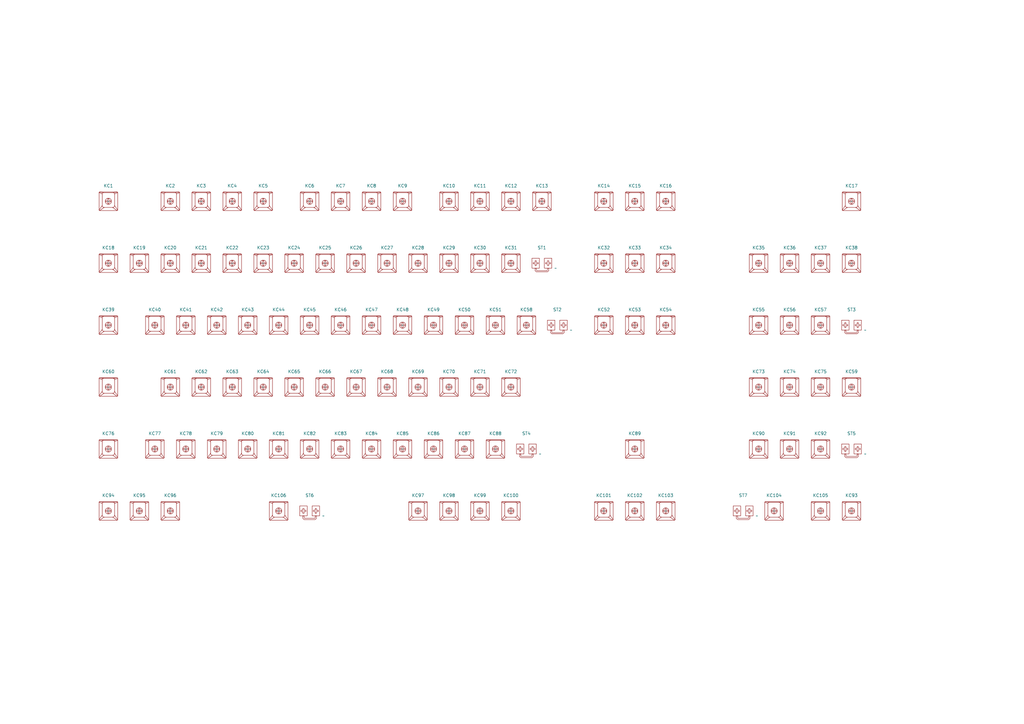
<source format=kicad_sch>
(kicad_sch (version 20250114) (generator "eeschema") (generator_version "9.0")
  (paper "A3")
  (title_block (title "Clavier - Keycaps") (date "2025-06-22") (rev "1.0") (company "Copyright (c) 2025 L. Sartory") (comment 1 "SPDX-License-Identifier: CERN-OHL-P-2.0"))
  (lib_symbols
    (symbol "clavier:Keycap" (in_bom no)
      (property "Reference" "KC" (at 0 0 0))
      (symbol "Keycap_0_1"
        (polyline (pts (xy -3.81 3.556) (xy -3.81 -3.556)))
        (polyline (pts (xy -3.81 -3.556) (xy -2.54 -1.778)))
        (arc (start -3.81 3.556) (mid -3.7356 3.7356) (end -3.556 3.81))
        (arc (start -3.556 -3.81) (mid -3.7356 -3.7356) (end -3.81 -3.556))
        (polyline (pts (xy -3.556 -3.81) (xy 3.556 -3.81)))
        (polyline (pts (xy -2.54 3.048) (xy -3.81 3.556)))
        (polyline (pts (xy -2.54 3.048) (xy -2.54 -1.778)))
        (polyline (pts (xy -2.032 3.556) (xy -3.556 3.81)))
        (arc (start -2.54 3.048) (mid -2.3912 3.4072) (end -2.032 3.556))
        (arc (start -1.7781 -2.5401) (mid -2.3169 -2.3169) (end -2.5401 -1.7781))
        (polyline (pts (xy -1.778 -2.54) (xy -3.556 -3.81)))
        (polyline (pts (xy -0.254 1.016) (xy 0.254 1.016) (xy 0.254 0.254) (xy 1.016 0.254) (xy 1.016 -0.254) (xy 0.254 -0.254) (xy 0.254 -1.016) (xy -0.254 -1.016) (xy -0.254 -1.016) (xy -0.254 -0.254) (xy -1.016 -0.254) (xy -1.016 0.254) (xy -0.508 0.254) (xy -0.254 0.254) (xy -0.254 1.016)))
        (circle (center 0 0) (radius 1.27))
        (arc (start 2.5401 -1.7781) (mid 2.3169 -2.3169) (end 1.7781 -2.5401))
        (polyline (pts (xy 1.778 -2.54) (xy -1.778 -2.54)))
        (polyline (pts (xy 1.778 -2.54) (xy 3.556 -3.81)))
        (polyline (pts (xy 2.032 3.556) (xy -2.032 3.556)))
        (polyline (pts (xy 2.032 3.556) (xy 3.556 3.81)))
        (arc (start 2.032 3.556) (mid 2.3912 3.4072) (end 2.54 3.048))
        (polyline (pts (xy 2.54 3.048) (xy 3.81 3.556)))
        (polyline (pts (xy 2.54 -1.778) (xy 2.54 3.048)))
        (polyline (pts (xy 3.556 3.81) (xy -3.556 3.81)))
        (arc (start 3.81 -3.556) (mid 3.7356 -3.7356) (end 3.556 -3.81))
        (arc (start 3.556 3.81) (mid 3.7356 3.7356) (end 3.81 3.556))
        (polyline (pts (xy 3.81 3.556) (xy 3.81 -3.556)))
        (polyline (pts (xy 3.81 -3.556) (xy 2.54 -1.778)))
      )
    )
    (symbol "clavier:Stabilizer" (in_bom no)
      (property "Reference" "ST" (at 0 0 0))
      (symbol "Stabilizer_0_1"
        (rectangle (start -4.064 2.032) (end -1.016 -2.032))
        (polyline (pts (xy -2.794 1.016) (xy -2.286 1.016) (xy -2.286 0.254) (xy -1.524 0.254) (xy -1.524 -0.254) (xy -2.286 -0.254) (xy -2.286 -1.016) (xy -2.794 -1.016) (xy -2.794 -1.016) (xy -2.794 -0.254) (xy -3.556 -0.254) (xy -3.556 0.254) (xy -3.048 0.254) (xy -2.794 0.254) (xy -2.794 1.016)))
        (polyline (pts (xy -2.794 -2.032) (xy -2.794 -3.048) (xy -2.286 -3.556) (xy 2.286 -3.556) (xy 2.794 -3.048) (xy 2.794 -2.032) (xy 2.286 -2.032) (xy 2.286 -2.794) (xy 2.032 -3.048) (xy -2.032 -3.048) (xy -2.286 -2.794) (xy -2.286 -2.032) (xy -2.794 -2.032)))
        (rectangle (start 1.016 2.032) (end 4.064 -2.032))
        (polyline (pts (xy 2.286 1.016) (xy 2.794 1.016) (xy 2.794 0.254) (xy 3.556 0.254) (xy 3.556 -0.254) (xy 2.794 -0.254) (xy 2.794 -1.016) (xy 2.286 -1.016) (xy 2.286 -1.016) (xy 2.286 -0.254) (xy 1.524 -0.254) (xy 1.524 0.254) (xy 2.032 0.254) (xy 2.286 0.254) (xy 2.286 1.016)))
      )
    )
  )
  (symbol (lib_id "clavier:Keycap") (at 107.95 158.75 0) (unit 1) (in_bom no)
    (property "Reference" "KC64" (at 107.95 152.4 0))
    (property "Value" "~" (at 107.95 158.75 0))
    (property "Footprint" "clavier:KC_Cherry_MX_R3_1.00u_Barred_Black" (effects (hide yes)))
  )
  (symbol (lib_id "clavier:Keycap") (at 165.1 133.35 0) (unit 1) (in_bom no)
    (property "Reference" "KC48" (at 165.1 127 0))
    (property "Value" "~" (at 165.1 133.35 0))
    (property "Footprint" "clavier:KC_Cherry_MX_R2_1.00u_White" (effects (hide yes)))
  )
  (symbol (lib_id "clavier:Keycap") (at 44.45 184.15 0) (unit 1) (in_bom no)
    (property "Reference" "KC76" (at 44.45 177.8 0))
    (property "Value" "~" (at 44.45 184.15 0))
    (property "Footprint" "clavier:KC_Cherry_MX_R4_1.25u_Black" (effects (hide yes)))
  )
  (symbol (lib_id "clavier:Keycap") (at 101.6 133.35 0) (unit 1) (in_bom no)
    (property "Reference" "KC43" (at 101.6 127 0))
    (property "Value" "~" (at 101.6 133.35 0))
    (property "Footprint" "clavier:KC_Cherry_MX_R2_1.00u_White" (effects (hide yes)))
  )
  (symbol (lib_id "clavier:Keycap") (at 273.05 107.95 0) (unit 1) (in_bom no)
    (property "Reference" "KC34" (at 273.05 101.6 0))
    (property "Value" "~" (at 273.05 107.95 0))
    (property "Footprint" "clavier:KC_Cherry_MX_R1_1.00u_Black" (effects (hide yes)))
  )
  (symbol (lib_id "clavier:Keycap") (at 165.1 184.15 0) (unit 1) (in_bom no)
    (property "Reference" "KC85" (at 165.1 177.8 0))
    (property "Value" "~" (at 165.1 184.15 0))
    (property "Footprint" "clavier:KC_Cherry_MX_R4_1.00u_White" (effects (hide yes)))
  )
  (symbol (lib_id "clavier:Keycap") (at 349.25 209.55 0) (unit 1) (in_bom no)
    (property "Reference" "KC93" (at 349.25 203.2 0))
    (property "Value" "~" (at 349.25 209.55 0))
    (property "Footprint" "clavier:KC_Cherry_MX_R4-R4_1.00u_Black" (effects (hide yes)))
  )
  (symbol (lib_id "clavier:Keycap") (at 196.85 209.55 0) (unit 1) (in_bom no)
    (property "Reference" "KC99" (at 196.85 203.2 0))
    (property "Value" "~" (at 196.85 209.55 0))
    (property "Footprint" "clavier:KC_Cherry_MX_R4_1.25u_Black" (effects (hide yes)))
  )
  (symbol (lib_id "clavier:Keycap") (at 107.95 82.55 0) (unit 1) (in_bom no)
    (property "Reference" "KC5" (at 107.95 76.2 0))
    (property "Value" "~" (at 107.95 82.55 0))
    (property "Footprint" "clavier:KC_Cherry_MX_R1_1.00u_Black" (effects (hide yes)))
  )
  (symbol (lib_id "clavier:Keycap") (at 69.85 82.55 0) (unit 1) (in_bom no)
    (property "Reference" "KC2" (at 69.85 76.2 0))
    (property "Value" "~" (at 69.85 82.55 0))
    (property "Footprint" "clavier:KC_Cherry_MX_R1_1.00u_Black" (effects (hide yes)))
  )
  (symbol (lib_id "clavier:Keycap") (at 44.45 209.55 0) (unit 1) (in_bom no)
    (property "Reference" "KC94" (at 44.45 203.2 0))
    (property "Value" "~" (at 44.45 209.55 0))
    (property "Footprint" "clavier:KC_Cherry_MX_R4_1.25u_Black" (effects (hide yes)))
  )
  (symbol (lib_id "clavier:Keycap") (at 171.45 209.55 0) (unit 1) (in_bom no)
    (property "Reference" "KC97" (at 171.45 203.2 0))
    (property "Value" "~" (at 171.45 209.55 0))
    (property "Footprint" "clavier:KC_Cherry_MX_R4_1.25u_Black" (effects (hide yes)))
  )
  (symbol (lib_id "clavier:Keycap") (at 273.05 133.35 0) (unit 1) (in_bom no)
    (property "Reference" "KC54" (at 273.05 127 0))
    (property "Value" "~" (at 273.05 133.35 0))
    (property "Footprint" "clavier:KC_Cherry_MX_R2_1.00u_Black" (effects (hide yes)))
  )
  (symbol (lib_id "clavier:Keycap") (at 247.65 133.35 0) (unit 1) (in_bom no)
    (property "Reference" "KC52" (at 247.65 127 0))
    (property "Value" "~" (at 247.65 133.35 0))
    (property "Footprint" "clavier:KC_Cherry_MX_R2_1.00u_Black" (effects (hide yes)))
  )
  (symbol (lib_id "clavier:Keycap") (at 311.15 184.15 0) (unit 1) (in_bom no)
    (property "Reference" "KC90" (at 311.15 177.8 0))
    (property "Value" "~" (at 311.15 184.15 0))
    (property "Footprint" "clavier:KC_Cherry_MX_R4_1.00u_White" (effects (hide yes)))
  )
  (symbol (lib_id "clavier:Keycap") (at 69.85 107.95 0) (unit 1) (in_bom no)
    (property "Reference" "KC20" (at 69.85 101.6 0))
    (property "Value" "~" (at 69.85 107.95 0))
    (property "Footprint" "clavier:KC_Cherry_MX_R1_1.00u_White" (effects (hide yes)))
  )
  (symbol (lib_id "clavier:Keycap") (at 171.45 158.75 0) (unit 1) (in_bom no)
    (property "Reference" "KC69" (at 171.45 152.4 0))
    (property "Value" "~" (at 171.45 158.75 0))
    (property "Footprint" "clavier:KC_Cherry_MX_R3_1.00u_White" (effects (hide yes)))
  )
  (symbol (lib_id "clavier:Keycap") (at 184.15 158.75 0) (unit 1) (in_bom no)
    (property "Reference" "KC70" (at 184.15 152.4 0))
    (property "Value" "~" (at 184.15 158.75 0))
    (property "Footprint" "clavier:KC_Cherry_MX_R3_1.00u_White" (effects (hide yes)))
  )
  (symbol (lib_id "clavier:Keycap") (at 222.25 82.55 0) (unit 1) (in_bom no)
    (property "Reference" "KC13" (at 222.25 76.2 0))
    (property "Value" "~" (at 222.25 82.55 0))
    (property "Footprint" "clavier:KC_Cherry_MX_R1_1.00u_Black" (effects (hide yes)))
  )
  (symbol (lib_id "clavier:Keycap") (at 76.2 133.35 0) (unit 1) (in_bom no)
    (property "Reference" "KC41" (at 76.2 127 0))
    (property "Value" "~" (at 76.2 133.35 0))
    (property "Footprint" "clavier:KC_Cherry_MX_R2_1.00u_White" (effects (hide yes)))
  )
  (symbol (lib_id "clavier:Keycap") (at 215.9 133.35 0) (unit 1) (in_bom no)
    (property "Reference" "KC58" (at 215.9 127 0))
    (property "Value" "~" (at 215.9 133.35 0))
    (property "Footprint" "clavier:KC_Cherry_MX_R2-R3_ISO_Enter_Black" (effects (hide yes)))
  )
  (symbol (lib_id "clavier:Stabilizer") (at 304.8 209.55 0) (unit 1) (in_bom no)
    (property "Reference" "ST7" (at 304.8 203.2 0))
    (property "Value" "~" (at 309.88 211.582 0) (effects (justify left)))
    (property "Footprint" "clavier:Stabilizer_2.00u" (effects (hide yes)))
  )
  (symbol (lib_id "clavier:Stabilizer") (at 349.25 133.35 0) (unit 1) (in_bom no)
    (property "Reference" "ST3" (at 349.25 127 0))
    (property "Value" "~" (at 354.33 135.382 0) (effects (justify left)))
    (property "Footprint" "clavier:Stabilizer_2.00u" (effects (hide yes)))
  )
  (symbol (lib_id "clavier:Keycap") (at 133.35 107.95 0) (unit 1) (in_bom no)
    (property "Reference" "KC25" (at 133.35 101.6 0))
    (property "Value" "~" (at 133.35 107.95 0))
    (property "Footprint" "clavier:KC_Cherry_MX_R1_1.00u_White" (effects (hide yes)))
  )
  (symbol (lib_id "clavier:Keycap") (at 273.05 82.55 0) (unit 1) (in_bom no)
    (property "Reference" "KC16" (at 273.05 76.2 0))
    (property "Value" "~" (at 273.05 82.55 0))
    (property "Footprint" "clavier:KC_Cherry_MX_R1_1.00u_Black" (effects (hide yes)))
  )
  (symbol (lib_id "clavier:Keycap") (at 336.55 209.55 0) (unit 1) (in_bom no)
    (property "Reference" "KC105" (at 336.55 203.2 0))
    (property "Value" "~" (at 336.55 209.55 0))
    (property "Footprint" "clavier:KC_Cherry_MX_R4_1.00u_White" (effects (hide yes)))
  )
  (symbol (lib_id "clavier:Keycap") (at 260.35 184.15 0) (unit 1) (in_bom no)
    (property "Reference" "KC89" (at 260.35 177.8 0))
    (property "Value" "~" (at 260.35 184.15 0))
    (property "Footprint" "clavier:KC_Cherry_MX_R4_1.00u_Black" (effects (hide yes)))
  )
  (symbol (lib_id "clavier:Stabilizer") (at 127 209.55 0) (unit 1) (in_bom no)
    (property "Reference" "ST6" (at 127 203.2 0))
    (property "Value" "~" (at 132.08 211.582 0) (effects (justify left)))
    (property "Footprint" "clavier:Stabilizer_6.25u" (effects (hide yes)))
  )
  (symbol (lib_id "clavier:Keycap") (at 69.85 158.75 0) (unit 1) (in_bom no)
    (property "Reference" "KC61" (at 69.85 152.4 0))
    (property "Value" "~" (at 69.85 158.75 0))
    (property "Footprint" "clavier:KC_Cherry_MX_R3_1.00u_White" (effects (hide yes)))
  )
  (symbol (lib_id "clavier:Keycap") (at 317.5 209.55 0) (unit 1) (in_bom no)
    (property "Reference" "KC104" (at 317.5 203.2 0))
    (property "Value" "~" (at 317.5 209.55 0))
    (property "Footprint" "clavier:KC_Cherry_MX_R4_2.00u_White" (effects (hide yes)))
  )
  (symbol (lib_id "clavier:Keycap") (at 95.25 158.75 0) (unit 1) (in_bom no)
    (property "Reference" "KC63" (at 95.25 152.4 0))
    (property "Value" "~" (at 95.25 158.75 0))
    (property "Footprint" "clavier:KC_Cherry_MX_R3_1.00u_White" (effects (hide yes)))
  )
  (symbol (lib_id "clavier:Keycap") (at 107.95 107.95 0) (unit 1) (in_bom no)
    (property "Reference" "KC23" (at 107.95 101.6 0))
    (property "Value" "~" (at 107.95 107.95 0))
    (property "Footprint" "clavier:KC_Cherry_MX_R1_1.00u_Black" (effects (hide yes)))
  )
  (symbol (lib_id "clavier:Keycap") (at 247.65 209.55 0) (unit 1) (in_bom no)
    (property "Reference" "KC101" (at 247.65 203.2 0))
    (property "Value" "~" (at 247.65 209.55 0))
    (property "Footprint" "clavier:KC_Cherry_MX_R4_1.00u_Black" (effects (hide yes)))
  )
  (symbol (lib_id "clavier:Keycap") (at 152.4 82.55 0) (unit 1) (in_bom no)
    (property "Reference" "KC8" (at 152.4 76.2 0))
    (property "Value" "~" (at 152.4 82.55 0))
    (property "Footprint" "clavier:KC_Cherry_MX_R1_1.00u_Black" (effects (hide yes)))
  )
  (symbol (lib_id "clavier:Keycap") (at 63.5 184.15 0) (unit 1) (in_bom no)
    (property "Reference" "KC77" (at 63.5 177.8 0))
    (property "Value" "~" (at 63.5 184.15 0))
    (property "Footprint" "clavier:KC_Cherry_MX_R4_1.00u_White" (effects (hide yes)))
  )
  (symbol (lib_id "clavier:Keycap") (at 209.55 107.95 0) (unit 1) (in_bom no)
    (property "Reference" "KC31" (at 209.55 101.6 0))
    (property "Value" "~" (at 209.55 107.95 0))
    (property "Footprint" "clavier:KC_Cherry_MX_R1_2.00u_Black" (effects (hide yes)))
  )
  (symbol (lib_id "clavier:Keycap") (at 44.45 158.75 0) (unit 1) (in_bom no)
    (property "Reference" "KC60" (at 44.45 152.4 0))
    (property "Value" "~" (at 44.45 158.75 0))
    (property "Footprint" "clavier:KC_Cherry_MX_R3_1.75u_Black" (effects (hide yes)))
  )
  (symbol (lib_id "clavier:Keycap") (at 273.05 209.55 0) (unit 1) (in_bom no)
    (property "Reference" "KC103" (at 273.05 203.2 0))
    (property "Value" "~" (at 273.05 209.55 0))
    (property "Footprint" "clavier:KC_Cherry_MX_R4_1.00u_Black" (effects (hide yes)))
  )
  (symbol (lib_id "clavier:Keycap") (at 88.9 133.35 0) (unit 1) (in_bom no)
    (property "Reference" "KC42" (at 88.9 127 0))
    (property "Value" "~" (at 88.9 133.35 0))
    (property "Footprint" "clavier:KC_Cherry_MX_R2_1.00u_White" (effects (hide yes)))
  )
  (symbol (lib_id "clavier:Keycap") (at 196.85 107.95 0) (unit 1) (in_bom no)
    (property "Reference" "KC30" (at 196.85 101.6 0))
    (property "Value" "~" (at 196.85 107.95 0))
    (property "Footprint" "clavier:KC_Cherry_MX_R1_1.00u_White" (effects (hide yes)))
  )
  (symbol (lib_id "clavier:Keycap") (at 158.75 158.75 0) (unit 1) (in_bom no)
    (property "Reference" "KC68" (at 158.75 152.4 0))
    (property "Value" "~" (at 158.75 158.75 0))
    (property "Footprint" "clavier:KC_Cherry_MX_R3_1.00u_White" (effects (hide yes)))
  )
  (symbol (lib_id "clavier:Keycap") (at 209.55 209.55 0) (unit 1) (in_bom no)
    (property "Reference" "KC100" (at 209.55 203.2 0))
    (property "Value" "~" (at 209.55 209.55 0))
    (property "Footprint" "clavier:KC_Cherry_MX_R4_1.25u_Black" (effects (hide yes)))
  )
  (symbol (lib_id "clavier:Keycap") (at 196.85 158.75 0) (unit 1) (in_bom no)
    (property "Reference" "KC71" (at 196.85 152.4 0))
    (property "Value" "~" (at 196.85 158.75 0))
    (property "Footprint" "clavier:KC_Cherry_MX_R3_1.00u_White" (effects (hide yes)))
  )
  (symbol (lib_id "clavier:Keycap") (at 184.15 107.95 0) (unit 1) (in_bom no)
    (property "Reference" "KC29" (at 184.15 101.6 0))
    (property "Value" "~" (at 184.15 107.95 0))
    (property "Footprint" "clavier:KC_Cherry_MX_R1_1.00u_White" (effects (hide yes)))
  )
  (symbol (lib_id "clavier:Keycap") (at 158.75 107.95 0) (unit 1) (in_bom no)
    (property "Reference" "KC27" (at 158.75 101.6 0))
    (property "Value" "~" (at 158.75 107.95 0))
    (property "Footprint" "clavier:KC_Cherry_MX_R1_1.00u_White" (effects (hide yes)))
  )
  (symbol (lib_id "clavier:Keycap") (at 209.55 158.75 0) (unit 1) (in_bom no)
    (property "Reference" "KC72" (at 209.55 152.4 0))
    (property "Value" "~" (at 209.55 158.75 0))
    (property "Footprint" "clavier:KC_Cherry_MX_R3_1.00u_White" (effects (hide yes)))
  )
  (symbol (lib_id "clavier:Keycap") (at 184.15 209.55 0) (unit 1) (in_bom no)
    (property "Reference" "KC98" (at 184.15 203.2 0))
    (property "Value" "~" (at 184.15 209.55 0))
    (property "Footprint" "clavier:KC_Cherry_MX_R4_1.25u_Black" (effects (hide yes)))
  )
  (symbol (lib_id "clavier:Keycap") (at 152.4 184.15 0) (unit 1) (in_bom no)
    (property "Reference" "KC84" (at 152.4 177.8 0))
    (property "Value" "~" (at 152.4 184.15 0))
    (property "Footprint" "clavier:KC_Cherry_MX_R4_1.00u_White" (effects (hide yes)))
  )
  (symbol (lib_id "clavier:Keycap") (at 114.3 133.35 0) (unit 1) (in_bom no)
    (property "Reference" "KC44" (at 114.3 127 0))
    (property "Value" "~" (at 114.3 133.35 0))
    (property "Footprint" "clavier:KC_Cherry_MX_R2_1.00u_White" (effects (hide yes)))
  )
  (symbol (lib_id "clavier:Keycap") (at 44.45 82.55 0) (unit 1) (in_bom no)
    (property "Reference" "KC1" (at 44.45 76.2 0))
    (property "Value" "~" (at 44.45 82.55 0))
    (property "Footprint" "clavier:KC_Cherry_MX_R1_1.00u_Black" (effects (hide yes)))
  )
  (symbol (lib_id "clavier:Keycap") (at 336.55 133.35 0) (unit 1) (in_bom no)
    (property "Reference" "KC57" (at 336.55 127 0))
    (property "Value" "~" (at 336.55 133.35 0))
    (property "Footprint" "clavier:KC_Cherry_MX_R2_1.00u_White" (effects (hide yes)))
  )
  (symbol (lib_id "clavier:Keycap") (at 260.35 82.55 0) (unit 1) (in_bom no)
    (property "Reference" "KC15" (at 260.35 76.2 0))
    (property "Value" "~" (at 260.35 82.55 0))
    (property "Footprint" "clavier:KC_Cherry_MX_R1_1.00u_Black" (effects (hide yes)))
  )
  (symbol (lib_id "clavier:Keycap") (at 69.85 209.55 0) (unit 1) (in_bom no)
    (property "Reference" "KC96" (at 69.85 203.2 0))
    (property "Value" "~" (at 69.85 209.55 0))
    (property "Footprint" "clavier:KC_Cherry_MX_R4_1.25u_Black" (effects (hide yes)))
  )
  (symbol (lib_id "clavier:Keycap") (at 260.35 133.35 0) (unit 1) (in_bom no)
    (property "Reference" "KC53" (at 260.35 127 0))
    (property "Value" "~" (at 260.35 133.35 0))
    (property "Footprint" "clavier:KC_Cherry_MX_R2_1.00u_Black" (effects (hide yes)))
  )
  (symbol (lib_id "clavier:Keycap") (at 171.45 107.95 0) (unit 1) (in_bom no)
    (property "Reference" "KC28" (at 171.45 101.6 0))
    (property "Value" "~" (at 171.45 107.95 0))
    (property "Footprint" "clavier:KC_Cherry_MX_R1_1.00u_White" (effects (hide yes)))
  )
  (symbol (lib_id "clavier:Keycap") (at 165.1 82.55 0) (unit 1) (in_bom no)
    (property "Reference" "KC9" (at 165.1 76.2 0))
    (property "Value" "~" (at 165.1 82.55 0))
    (property "Footprint" "clavier:KC_Cherry_MX_R1_1.00u_Black" (effects (hide yes)))
  )
  (symbol (lib_id "clavier:Keycap") (at 82.55 158.75 0) (unit 1) (in_bom no)
    (property "Reference" "KC62" (at 82.55 152.4 0))
    (property "Value" "~" (at 82.55 158.75 0))
    (property "Footprint" "clavier:KC_Cherry_MX_R3_1.00u_White" (effects (hide yes)))
  )
  (symbol (lib_id "clavier:Keycap") (at 190.5 133.35 0) (unit 1) (in_bom no)
    (property "Reference" "KC50" (at 190.5 127 0))
    (property "Value" "~" (at 190.5 133.35 0))
    (property "Footprint" "clavier:KC_Cherry_MX_R2_1.00u_White" (effects (hide yes)))
  )
  (symbol (lib_id "clavier:Keycap") (at 349.25 82.55 0) (unit 1) (in_bom no)
    (property "Reference" "KC17" (at 349.25 76.2 0))
    (property "Value" "~" (at 349.25 82.55 0))
    (property "Footprint" "clavier:KC_Cherry_MX_R1_1.00u_Red" (effects (hide yes)))
  )
  (symbol (lib_id "clavier:Keycap") (at 57.15 107.95 0) (unit 1) (in_bom no)
    (property "Reference" "KC19" (at 57.15 101.6 0))
    (property "Value" "~" (at 57.15 107.95 0))
    (property "Footprint" "clavier:KC_Cherry_MX_R1_1.00u_White" (effects (hide yes)))
  )
  (symbol (lib_id "clavier:Keycap") (at 127 184.15 0) (unit 1) (in_bom no)
    (property "Reference" "KC82" (at 127 177.8 0))
    (property "Value" "~" (at 127 184.15 0))
    (property "Footprint" "clavier:KC_Cherry_MX_R4_1.00u_White" (effects (hide yes)))
  )
  (symbol (lib_id "clavier:Keycap") (at 336.55 158.75 0) (unit 1) (in_bom no)
    (property "Reference" "KC75" (at 336.55 152.4 0))
    (property "Value" "~" (at 336.55 158.75 0))
    (property "Footprint" "clavier:KC_Cherry_MX_R3_1.00u_White" (effects (hide yes)))
  )
  (symbol (lib_id "clavier:Keycap") (at 44.45 107.95 0) (unit 1) (in_bom no)
    (property "Reference" "KC18" (at 44.45 101.6 0))
    (property "Value" "~" (at 44.45 107.95 0))
    (property "Footprint" "clavier:KC_Cherry_MX_R1_1.00u_Black" (effects (hide yes)))
  )
  (symbol (lib_id "clavier:Keycap") (at 203.2 184.15 0) (unit 1) (in_bom no)
    (property "Reference" "KC88" (at 203.2 177.8 0))
    (property "Value" "~" (at 203.2 184.15 0))
    (property "Footprint" "clavier:KC_Cherry_MX_R4_2.75u_Black" (effects (hide yes)))
  )
  (symbol (lib_id "clavier:Keycap") (at 323.85 184.15 0) (unit 1) (in_bom no)
    (property "Reference" "KC91" (at 323.85 177.8 0))
    (property "Value" "~" (at 323.85 184.15 0))
    (property "Footprint" "clavier:KC_Cherry_MX_R4_1.00u_White" (effects (hide yes)))
  )
  (symbol (lib_id "clavier:Keycap") (at 133.35 158.75 0) (unit 1) (in_bom no)
    (property "Reference" "KC66" (at 133.35 152.4 0))
    (property "Value" "~" (at 133.35 158.75 0))
    (property "Footprint" "clavier:KC_Cherry_MX_R3_1.00u_White" (effects (hide yes)))
  )
  (symbol (lib_id "clavier:Keycap") (at 323.85 158.75 0) (unit 1) (in_bom no)
    (property "Reference" "KC74" (at 323.85 152.4 0))
    (property "Value" "~" (at 323.85 158.75 0))
    (property "Footprint" "clavier:KC_Cherry_MX_R3_1.00u_White" (effects (hide yes)))
  )
  (symbol (lib_id "clavier:Keycap") (at 82.55 107.95 0) (unit 1) (in_bom no)
    (property "Reference" "KC21" (at 82.55 101.6 0))
    (property "Value" "~" (at 82.55 107.95 0))
    (property "Footprint" "clavier:KC_Cherry_MX_R1_1.00u_White" (effects (hide yes)))
  )
  (symbol (lib_id "clavier:Keycap") (at 260.35 209.55 0) (unit 1) (in_bom no)
    (property "Reference" "KC102" (at 260.35 203.2 0))
    (property "Value" "~" (at 260.35 209.55 0))
    (property "Footprint" "clavier:KC_Cherry_MX_R4_1.00u_Black" (effects (hide yes)))
  )
  (symbol (lib_id "clavier:Keycap") (at 177.8 133.35 0) (unit 1) (in_bom no)
    (property "Reference" "KC49" (at 177.8 127 0))
    (property "Value" "~" (at 177.8 133.35 0))
    (property "Footprint" "clavier:KC_Cherry_MX_R2_1.00u_White" (effects (hide yes)))
  )
  (symbol (lib_id "clavier:Keycap") (at 120.65 158.75 0) (unit 1) (in_bom no)
    (property "Reference" "KC65" (at 120.65 152.4 0))
    (property "Value" "~" (at 120.65 158.75 0))
    (property "Footprint" "clavier:KC_Cherry_MX_R3_1.00u_White" (effects (hide yes)))
  )
  (symbol (lib_id "clavier:Stabilizer") (at 215.9 184.15 0) (unit 1) (in_bom no)
    (property "Reference" "ST4" (at 215.9 177.8 0))
    (property "Value" "~" (at 220.98 186.182 0) (effects (justify left)))
    (property "Footprint" "clavier:Stabilizer_2.00u" (effects (hide yes)))
  )
  (symbol (lib_id "clavier:Keycap") (at 63.5 133.35 0) (unit 1) (in_bom no)
    (property "Reference" "KC40" (at 63.5 127 0))
    (property "Value" "~" (at 63.5 133.35 0))
    (property "Footprint" "clavier:KC_Cherry_MX_R2_1.00u_White" (effects (hide yes)))
  )
  (symbol (lib_id "clavier:Keycap") (at 336.55 184.15 0) (unit 1) (in_bom no)
    (property "Reference" "KC92" (at 336.55 177.8 0))
    (property "Value" "~" (at 336.55 184.15 0))
    (property "Footprint" "clavier:KC_Cherry_MX_R4_1.00u_White" (effects (hide yes)))
  )
  (symbol (lib_id "clavier:Keycap") (at 76.2 184.15 0) (unit 1) (in_bom no)
    (property "Reference" "KC78" (at 76.2 177.8 0))
    (property "Value" "~" (at 76.2 184.15 0))
    (property "Footprint" "clavier:KC_Cherry_MX_R4_1.00u_White" (effects (hide yes)))
  )
  (symbol (lib_id "clavier:Keycap") (at 57.15 209.55 0) (unit 1) (in_bom no)
    (property "Reference" "KC95" (at 57.15 203.2 0))
    (property "Value" "~" (at 57.15 209.55 0))
    (property "Footprint" "clavier:KC_Cherry_MX_R4_1.25u_Black" (effects (hide yes)))
  )
  (symbol (lib_id "clavier:Stabilizer") (at 228.6 133.35 0) (unit 1) (in_bom no)
    (property "Reference" "ST2" (at 228.6 127 0))
    (property "Value" "~" (at 233.68 135.382 0) (effects (justify left)))
    (property "Footprint" "clavier:Stabilizer_2.00u" (effects (hide yes)))
  )
  (symbol (lib_id "clavier:Keycap") (at 120.65 107.95 0) (unit 1) (in_bom no)
    (property "Reference" "KC24" (at 120.65 101.6 0))
    (property "Value" "~" (at 120.65 107.95 0))
    (property "Footprint" "clavier:KC_Cherry_MX_R1_1.00u_White" (effects (hide yes)))
  )
  (symbol (lib_id "clavier:Keycap") (at 336.55 107.95 0) (unit 1) (in_bom no)
    (property "Reference" "KC37" (at 336.55 101.6 0))
    (property "Value" "~" (at 336.55 107.95 0))
    (property "Footprint" "clavier:KC_Cherry_MX_R1_1.00u_Black" (effects (hide yes)))
  )
  (symbol (lib_id "clavier:Keycap") (at 114.3 209.55 0) (unit 1) (in_bom no)
    (property "Reference" "KC106" (at 114.3 203.2 0))
    (property "Value" "~" (at 114.3 209.55 0))
    (property "Footprint" "clavier:KC_Cherry_MX_R4_6.25u_Black" (effects (hide yes)))
  )
  (symbol (lib_id "clavier:Keycap") (at 95.25 107.95 0) (unit 1) (in_bom no)
    (property "Reference" "KC22" (at 95.25 101.6 0))
    (property "Value" "~" (at 95.25 107.95 0))
    (property "Footprint" "clavier:KC_Cherry_MX_R1_1.00u_White" (effects (hide yes)))
  )
  (symbol (lib_id "clavier:Keycap") (at 247.65 107.95 0) (unit 1) (in_bom no)
    (property "Reference" "KC32" (at 247.65 101.6 0))
    (property "Value" "~" (at 247.65 107.95 0))
    (property "Footprint" "clavier:KC_Cherry_MX_R1_1.00u_Black" (effects (hide yes)))
  )
  (symbol (lib_id "clavier:Keycap") (at 152.4 133.35 0) (unit 1) (in_bom no)
    (property "Reference" "KC47" (at 152.4 127 0))
    (property "Value" "~" (at 152.4 133.35 0))
    (property "Footprint" "clavier:KC_Cherry_MX_R2_1.00u_White" (effects (hide yes)))
  )
  (symbol (lib_id "clavier:Keycap") (at 184.15 82.55 0) (unit 1) (in_bom no)
    (property "Reference" "KC10" (at 184.15 76.2 0))
    (property "Value" "~" (at 184.15 82.55 0))
    (property "Footprint" "clavier:KC_Cherry_MX_R1_1.00u_Black" (effects (hide yes)))
  )
  (symbol (lib_id "clavier:Keycap") (at 323.85 133.35 0) (unit 1) (in_bom no)
    (property "Reference" "KC56" (at 323.85 127 0))
    (property "Value" "~" (at 323.85 133.35 0))
    (property "Footprint" "clavier:KC_Cherry_MX_R2_1.00u_White" (effects (hide yes)))
  )
  (symbol (lib_id "clavier:Keycap") (at 101.6 184.15 0) (unit 1) (in_bom no)
    (property "Reference" "KC80" (at 101.6 177.8 0))
    (property "Value" "~" (at 101.6 184.15 0))
    (property "Footprint" "clavier:KC_Cherry_MX_R4_1.00u_White" (effects (hide yes)))
  )
  (symbol (lib_id "clavier:Keycap") (at 311.15 107.95 0) (unit 1) (in_bom no)
    (property "Reference" "KC35" (at 311.15 101.6 0))
    (property "Value" "~" (at 311.15 107.95 0))
    (property "Footprint" "clavier:KC_Cherry_MX_R1_1.00u_Black" (effects (hide yes)))
  )
  (symbol (lib_id "clavier:Keycap") (at 139.7 82.55 0) (unit 1) (in_bom no)
    (property "Reference" "KC7" (at 139.7 76.2 0))
    (property "Value" "~" (at 139.7 82.55 0))
    (property "Footprint" "clavier:KC_Cherry_MX_R1_1.00u_Black" (effects (hide yes)))
  )
  (symbol (lib_id "clavier:Keycap") (at 311.15 133.35 0) (unit 1) (in_bom no)
    (property "Reference" "KC55" (at 311.15 127 0))
    (property "Value" "~" (at 311.15 133.35 0))
    (property "Footprint" "clavier:KC_Cherry_MX_R2_1.00u_White" (effects (hide yes)))
  )
  (symbol (lib_id "clavier:Keycap") (at 44.45 133.35 0) (unit 1) (in_bom no)
    (property "Reference" "KC39" (at 44.45 127 0))
    (property "Value" "~" (at 44.45 133.35 0))
    (property "Footprint" "clavier:KC_Cherry_MX_R2_1.50u_Black" (effects (hide yes)))
  )
  (symbol (lib_id "clavier:Keycap") (at 349.25 158.75 0) (unit 1) (in_bom no)
    (property "Reference" "KC59" (at 349.25 152.4 0))
    (property "Value" "~" (at 349.25 158.75 0))
    (property "Footprint" "clavier:KC_Cherry_MX_R2-R3_1.00u_Black" (effects (hide yes)))
  )
  (symbol (lib_id "clavier:Keycap") (at 177.8 184.15 0) (unit 1) (in_bom no)
    (property "Reference" "KC86" (at 177.8 177.8 0))
    (property "Value" "~" (at 177.8 184.15 0))
    (property "Footprint" "clavier:KC_Cherry_MX_R4_1.00u_White" (effects (hide yes)))
  )
  (symbol (lib_id "clavier:Stabilizer") (at 349.25 184.15 0) (unit 1) (in_bom no)
    (property "Reference" "ST5" (at 349.25 177.8 0))
    (property "Value" "~" (at 354.33 186.182 0) (effects (justify left)))
    (property "Footprint" "clavier:Stabilizer_2.00u" (effects (hide yes)))
  )
  (symbol (lib_id "clavier:Keycap") (at 203.2 133.35 0) (unit 1) (in_bom no)
    (property "Reference" "KC51" (at 203.2 127 0))
    (property "Value" "~" (at 203.2 133.35 0))
    (property "Footprint" "clavier:KC_Cherry_MX_R2_1.00u_White" (effects (hide yes)))
  )
  (symbol (lib_id "clavier:Keycap") (at 311.15 158.75 0) (unit 1) (in_bom no)
    (property "Reference" "KC73" (at 311.15 152.4 0))
    (property "Value" "~" (at 311.15 158.75 0))
    (property "Footprint" "clavier:KC_Cherry_MX_R3_1.00u_White" (effects (hide yes)))
  )
  (symbol (lib_id "clavier:Stabilizer") (at 222.25 107.95 0) (unit 1) (in_bom no)
    (property "Reference" "ST1" (at 222.25 101.6 0))
    (property "Value" "~" (at 227.33 109.982 0) (effects (justify left)))
    (property "Footprint" "clavier:Stabilizer_2.00u" (effects (hide yes)))
  )
  (symbol (lib_id "clavier:Keycap") (at 323.85 107.95 0) (unit 1) (in_bom no)
    (property "Reference" "KC36" (at 323.85 101.6 0))
    (property "Value" "~" (at 323.85 107.95 0))
    (property "Footprint" "clavier:KC_Cherry_MX_R1_1.00u_Black" (effects (hide yes)))
  )
  (symbol (lib_id "clavier:Keycap") (at 88.9 184.15 0) (unit 1) (in_bom no)
    (property "Reference" "KC79" (at 88.9 177.8 0))
    (property "Value" "~" (at 88.9 184.15 0))
    (property "Footprint" "clavier:KC_Cherry_MX_R4_1.00u_White" (effects (hide yes)))
  )
  (symbol (lib_id "clavier:Keycap") (at 260.35 107.95 0) (unit 1) (in_bom no)
    (property "Reference" "KC33" (at 260.35 101.6 0))
    (property "Value" "~" (at 260.35 107.95 0))
    (property "Footprint" "clavier:KC_Cherry_MX_R1_1.00u_Black" (effects (hide yes)))
  )
  (symbol (lib_id "clavier:Keycap") (at 82.55 82.55 0) (unit 1) (in_bom no)
    (property "Reference" "KC3" (at 82.55 76.2 0))
    (property "Value" "~" (at 82.55 82.55 0))
    (property "Footprint" "clavier:KC_Cherry_MX_R1_1.00u_Black" (effects (hide yes)))
  )
  (symbol (lib_id "clavier:Keycap") (at 95.25 82.55 0) (unit 1) (in_bom no)
    (property "Reference" "KC4" (at 95.25 76.2 0))
    (property "Value" "~" (at 95.25 82.55 0))
    (property "Footprint" "clavier:KC_Cherry_MX_R1_1.00u_Black" (effects (hide yes)))
  )
  (symbol (lib_id "clavier:Keycap") (at 190.5 184.15 0) (unit 1) (in_bom no)
    (property "Reference" "KC87" (at 190.5 177.8 0))
    (property "Value" "~" (at 190.5 184.15 0))
    (property "Footprint" "clavier:KC_Cherry_MX_R4_1.00u_White" (effects (hide yes)))
  )
  (symbol (lib_id "clavier:Keycap") (at 146.05 158.75 0) (unit 1) (in_bom no)
    (property "Reference" "KC67" (at 146.05 152.4 0))
    (property "Value" "~" (at 146.05 158.75 0))
    (property "Footprint" "clavier:KC_Cherry_MX_R3_1.00u_Barred_Black" (effects (hide yes)))
  )
  (symbol (lib_id "clavier:Keycap") (at 127 133.35 0) (unit 1) (in_bom no)
    (property "Reference" "KC45" (at 127 127 0))
    (property "Value" "~" (at 127 133.35 0))
    (property "Footprint" "clavier:KC_Cherry_MX_R2_1.00u_White" (effects (hide yes)))
  )
  (symbol (lib_id "clavier:Keycap") (at 349.25 107.95 0) (unit 1) (in_bom no)
    (property "Reference" "KC38" (at 349.25 101.6 0))
    (property "Value" "~" (at 349.25 107.95 0))
    (property "Footprint" "clavier:KC_Cherry_MX_R1_1.00u_Black" (effects (hide yes)))
  )
  (symbol (lib_id "clavier:Keycap") (at 247.65 82.55 0) (unit 1) (in_bom no)
    (property "Reference" "KC14" (at 247.65 76.2 0))
    (property "Value" "~" (at 247.65 82.55 0))
    (property "Footprint" "clavier:KC_Cherry_MX_R1_1.00u_Black" (effects (hide yes)))
  )
  (symbol (lib_id "clavier:Keycap") (at 114.3 184.15 0) (unit 1) (in_bom no)
    (property "Reference" "KC81" (at 114.3 177.8 0))
    (property "Value" "~" (at 114.3 184.15 0))
    (property "Footprint" "clavier:KC_Cherry_MX_R4_1.00u_White" (effects (hide yes)))
  )
  (symbol (lib_id "clavier:Keycap") (at 146.05 107.95 0) (unit 1) (in_bom no)
    (property "Reference" "KC26" (at 146.05 101.6 0))
    (property "Value" "~" (at 146.05 107.95 0))
    (property "Footprint" "clavier:KC_Cherry_MX_R1_1.00u_Black" (effects (hide yes)))
  )
  (symbol (lib_id "clavier:Keycap") (at 139.7 184.15 0) (unit 1) (in_bom no)
    (property "Reference" "KC83" (at 139.7 177.8 0))
    (property "Value" "~" (at 139.7 184.15 0))
    (property "Footprint" "clavier:KC_Cherry_MX_R4_1.00u_White" (effects (hide yes)))
  )
  (symbol (lib_id "clavier:Keycap") (at 139.7 133.35 0) (unit 1) (in_bom no)
    (property "Reference" "KC46" (at 139.7 127 0))
    (property "Value" "~" (at 139.7 133.35 0))
    (property "Footprint" "clavier:KC_Cherry_MX_R2_1.00u_White" (effects (hide yes)))
  )
  (symbol (lib_id "clavier:Keycap") (at 127 82.55 0) (unit 1) (in_bom no)
    (property "Reference" "KC6" (at 127 76.2 0))
    (property "Value" "~" (at 127 82.55 0))
    (property "Footprint" "clavier:KC_Cherry_MX_R1_1.00u_Black" (effects (hide yes)))
  )
  (symbol (lib_id "clavier:Keycap") (at 209.55 82.55 0) (unit 1) (in_bom no)
    (property "Reference" "KC12" (at 209.55 76.2 0))
    (property "Value" "~" (at 209.55 82.55 0))
    (property "Footprint" "clavier:KC_Cherry_MX_R1_1.00u_Black" (effects (hide yes)))
  )
  (symbol (lib_id "clavier:Keycap") (at 196.85 82.55 0) (unit 1) (in_bom no)
    (property "Reference" "KC11" (at 196.85 76.2 0))
    (property "Value" "~" (at 196.85 82.55 0))
    (property "Footprint" "clavier:KC_Cherry_MX_R1_1.00u_Black" (effects (hide yes)))
  )
)
</source>
